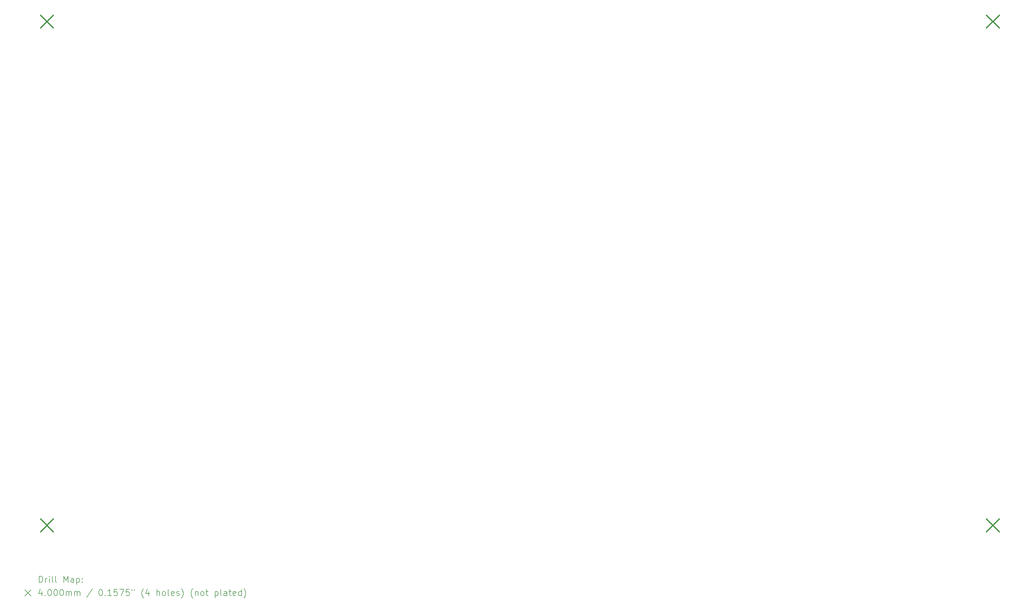
<source format=gbr>
%FSLAX45Y45*%
G04 Gerber Fmt 4.5, Leading zero omitted, Abs format (unit mm)*
G04 Created by KiCad (PCBNEW (5.99.0-12218-g749d2d5987)) date 2021-09-14 22:46:10*
%MOMM*%
%LPD*%
G01*
G04 APERTURE LIST*
%ADD10C,0.200000*%
%ADD11C,0.400000*%
G04 APERTURE END LIST*
D10*
D11*
X300000Y17700000D02*
X700000Y17300000D01*
X700000Y17700000D02*
X300000Y17300000D01*
X300000Y1700000D02*
X700000Y1300000D01*
X700000Y1700000D02*
X300000Y1300000D01*
X30300000Y17700000D02*
X30700000Y17300000D01*
X30700000Y17700000D02*
X30300000Y17300000D01*
X30300000Y1700000D02*
X30700000Y1300000D01*
X30700000Y1700000D02*
X30300000Y1300000D01*
D10*
X252619Y-315476D02*
X252619Y-115476D01*
X300238Y-115476D01*
X328810Y-125000D01*
X347857Y-144048D01*
X357381Y-163095D01*
X366905Y-201190D01*
X366905Y-229762D01*
X357381Y-267857D01*
X347857Y-286905D01*
X328810Y-305952D01*
X300238Y-315476D01*
X252619Y-315476D01*
X452619Y-315476D02*
X452619Y-182143D01*
X452619Y-220238D02*
X462143Y-201190D01*
X471667Y-191667D01*
X490714Y-182143D01*
X509762Y-182143D01*
X576429Y-315476D02*
X576429Y-182143D01*
X576429Y-115476D02*
X566905Y-125000D01*
X576429Y-134524D01*
X585952Y-125000D01*
X576429Y-115476D01*
X576429Y-134524D01*
X700238Y-315476D02*
X681190Y-305952D01*
X671667Y-286905D01*
X671667Y-115476D01*
X805000Y-315476D02*
X785952Y-305952D01*
X776428Y-286905D01*
X776428Y-115476D01*
X1033571Y-315476D02*
X1033571Y-115476D01*
X1100238Y-258333D01*
X1166905Y-115476D01*
X1166905Y-315476D01*
X1347857Y-315476D02*
X1347857Y-210714D01*
X1338333Y-191667D01*
X1319286Y-182143D01*
X1281190Y-182143D01*
X1262143Y-191667D01*
X1347857Y-305952D02*
X1328810Y-315476D01*
X1281190Y-315476D01*
X1262143Y-305952D01*
X1252619Y-286905D01*
X1252619Y-267857D01*
X1262143Y-248809D01*
X1281190Y-239286D01*
X1328810Y-239286D01*
X1347857Y-229762D01*
X1443095Y-182143D02*
X1443095Y-382143D01*
X1443095Y-191667D02*
X1462143Y-182143D01*
X1500238Y-182143D01*
X1519286Y-191667D01*
X1528809Y-201190D01*
X1538333Y-220238D01*
X1538333Y-277381D01*
X1528809Y-296429D01*
X1519286Y-305952D01*
X1500238Y-315476D01*
X1462143Y-315476D01*
X1443095Y-305952D01*
X1624048Y-296429D02*
X1633571Y-305952D01*
X1624048Y-315476D01*
X1614524Y-305952D01*
X1624048Y-296429D01*
X1624048Y-315476D01*
X1624048Y-191667D02*
X1633571Y-201190D01*
X1624048Y-210714D01*
X1614524Y-201190D01*
X1624048Y-191667D01*
X1624048Y-210714D01*
X-205000Y-545000D02*
X-5000Y-745000D01*
X-5000Y-545000D02*
X-205000Y-745000D01*
X338333Y-602143D02*
X338333Y-735476D01*
X290714Y-525952D02*
X243095Y-668810D01*
X366905Y-668810D01*
X443095Y-716428D02*
X452619Y-725952D01*
X443095Y-735476D01*
X433571Y-725952D01*
X443095Y-716428D01*
X443095Y-735476D01*
X576429Y-535476D02*
X595476Y-535476D01*
X614524Y-545000D01*
X624048Y-554524D01*
X633571Y-573571D01*
X643095Y-611667D01*
X643095Y-659286D01*
X633571Y-697381D01*
X624048Y-716428D01*
X614524Y-725952D01*
X595476Y-735476D01*
X576429Y-735476D01*
X557381Y-725952D01*
X547857Y-716428D01*
X538333Y-697381D01*
X528810Y-659286D01*
X528810Y-611667D01*
X538333Y-573571D01*
X547857Y-554524D01*
X557381Y-545000D01*
X576429Y-535476D01*
X766905Y-535476D02*
X785952Y-535476D01*
X805000Y-545000D01*
X814524Y-554524D01*
X824048Y-573571D01*
X833571Y-611667D01*
X833571Y-659286D01*
X824048Y-697381D01*
X814524Y-716428D01*
X805000Y-725952D01*
X785952Y-735476D01*
X766905Y-735476D01*
X747857Y-725952D01*
X738333Y-716428D01*
X728809Y-697381D01*
X719286Y-659286D01*
X719286Y-611667D01*
X728809Y-573571D01*
X738333Y-554524D01*
X747857Y-545000D01*
X766905Y-535476D01*
X957381Y-535476D02*
X976428Y-535476D01*
X995476Y-545000D01*
X1005000Y-554524D01*
X1014524Y-573571D01*
X1024048Y-611667D01*
X1024048Y-659286D01*
X1014524Y-697381D01*
X1005000Y-716428D01*
X995476Y-725952D01*
X976428Y-735476D01*
X957381Y-735476D01*
X938333Y-725952D01*
X928809Y-716428D01*
X919286Y-697381D01*
X909762Y-659286D01*
X909762Y-611667D01*
X919286Y-573571D01*
X928809Y-554524D01*
X938333Y-545000D01*
X957381Y-535476D01*
X1109762Y-735476D02*
X1109762Y-602143D01*
X1109762Y-621190D02*
X1119286Y-611667D01*
X1138333Y-602143D01*
X1166905Y-602143D01*
X1185952Y-611667D01*
X1195476Y-630714D01*
X1195476Y-735476D01*
X1195476Y-630714D02*
X1205000Y-611667D01*
X1224048Y-602143D01*
X1252619Y-602143D01*
X1271667Y-611667D01*
X1281190Y-630714D01*
X1281190Y-735476D01*
X1376429Y-735476D02*
X1376429Y-602143D01*
X1376429Y-621190D02*
X1385952Y-611667D01*
X1405000Y-602143D01*
X1433571Y-602143D01*
X1452619Y-611667D01*
X1462143Y-630714D01*
X1462143Y-735476D01*
X1462143Y-630714D02*
X1471667Y-611667D01*
X1490714Y-602143D01*
X1519286Y-602143D01*
X1538333Y-611667D01*
X1547857Y-630714D01*
X1547857Y-735476D01*
X1938333Y-525952D02*
X1766905Y-783095D01*
X2195476Y-535476D02*
X2214524Y-535476D01*
X2233571Y-545000D01*
X2243095Y-554524D01*
X2252619Y-573571D01*
X2262143Y-611667D01*
X2262143Y-659286D01*
X2252619Y-697381D01*
X2243095Y-716428D01*
X2233571Y-725952D01*
X2214524Y-735476D01*
X2195476Y-735476D01*
X2176429Y-725952D01*
X2166905Y-716428D01*
X2157381Y-697381D01*
X2147857Y-659286D01*
X2147857Y-611667D01*
X2157381Y-573571D01*
X2166905Y-554524D01*
X2176429Y-545000D01*
X2195476Y-535476D01*
X2347857Y-716428D02*
X2357381Y-725952D01*
X2347857Y-735476D01*
X2338333Y-725952D01*
X2347857Y-716428D01*
X2347857Y-735476D01*
X2547857Y-735476D02*
X2433571Y-735476D01*
X2490714Y-735476D02*
X2490714Y-535476D01*
X2471667Y-564048D01*
X2452619Y-583095D01*
X2433571Y-592619D01*
X2728810Y-535476D02*
X2633571Y-535476D01*
X2624048Y-630714D01*
X2633571Y-621190D01*
X2652619Y-611667D01*
X2700238Y-611667D01*
X2719286Y-621190D01*
X2728810Y-630714D01*
X2738333Y-649762D01*
X2738333Y-697381D01*
X2728810Y-716428D01*
X2719286Y-725952D01*
X2700238Y-735476D01*
X2652619Y-735476D01*
X2633571Y-725952D01*
X2624048Y-716428D01*
X2805000Y-535476D02*
X2938333Y-535476D01*
X2852619Y-735476D01*
X3109762Y-535476D02*
X3014524Y-535476D01*
X3005000Y-630714D01*
X3014524Y-621190D01*
X3033571Y-611667D01*
X3081190Y-611667D01*
X3100238Y-621190D01*
X3109762Y-630714D01*
X3119286Y-649762D01*
X3119286Y-697381D01*
X3109762Y-716428D01*
X3100238Y-725952D01*
X3081190Y-735476D01*
X3033571Y-735476D01*
X3014524Y-725952D01*
X3005000Y-716428D01*
X3195476Y-535476D02*
X3195476Y-573571D01*
X3271667Y-535476D02*
X3271667Y-573571D01*
X3566905Y-811667D02*
X3557381Y-802143D01*
X3538333Y-773571D01*
X3528809Y-754524D01*
X3519286Y-725952D01*
X3509762Y-678333D01*
X3509762Y-640238D01*
X3519286Y-592619D01*
X3528809Y-564048D01*
X3538333Y-545000D01*
X3557381Y-516428D01*
X3566905Y-506905D01*
X3728809Y-602143D02*
X3728809Y-735476D01*
X3681190Y-525952D02*
X3633571Y-668810D01*
X3757381Y-668810D01*
X3985952Y-735476D02*
X3985952Y-535476D01*
X4071667Y-735476D02*
X4071667Y-630714D01*
X4062143Y-611667D01*
X4043095Y-602143D01*
X4014524Y-602143D01*
X3995476Y-611667D01*
X3985952Y-621190D01*
X4195476Y-735476D02*
X4176428Y-725952D01*
X4166905Y-716428D01*
X4157381Y-697381D01*
X4157381Y-640238D01*
X4166905Y-621190D01*
X4176428Y-611667D01*
X4195476Y-602143D01*
X4224048Y-602143D01*
X4243095Y-611667D01*
X4252619Y-621190D01*
X4262143Y-640238D01*
X4262143Y-697381D01*
X4252619Y-716428D01*
X4243095Y-725952D01*
X4224048Y-735476D01*
X4195476Y-735476D01*
X4376429Y-735476D02*
X4357381Y-725952D01*
X4347857Y-706905D01*
X4347857Y-535476D01*
X4528810Y-725952D02*
X4509762Y-735476D01*
X4471667Y-735476D01*
X4452619Y-725952D01*
X4443095Y-706905D01*
X4443095Y-630714D01*
X4452619Y-611667D01*
X4471667Y-602143D01*
X4509762Y-602143D01*
X4528810Y-611667D01*
X4538333Y-630714D01*
X4538333Y-649762D01*
X4443095Y-668810D01*
X4614524Y-725952D02*
X4633571Y-735476D01*
X4671667Y-735476D01*
X4690714Y-725952D01*
X4700238Y-706905D01*
X4700238Y-697381D01*
X4690714Y-678333D01*
X4671667Y-668810D01*
X4643095Y-668810D01*
X4624048Y-659286D01*
X4614524Y-640238D01*
X4614524Y-630714D01*
X4624048Y-611667D01*
X4643095Y-602143D01*
X4671667Y-602143D01*
X4690714Y-611667D01*
X4766905Y-811667D02*
X4776429Y-802143D01*
X4795476Y-773571D01*
X4805000Y-754524D01*
X4814524Y-725952D01*
X4824048Y-678333D01*
X4824048Y-640238D01*
X4814524Y-592619D01*
X4805000Y-564048D01*
X4795476Y-545000D01*
X4776429Y-516428D01*
X4766905Y-506905D01*
X5128810Y-811667D02*
X5119286Y-802143D01*
X5100238Y-773571D01*
X5090714Y-754524D01*
X5081190Y-725952D01*
X5071667Y-678333D01*
X5071667Y-640238D01*
X5081190Y-592619D01*
X5090714Y-564048D01*
X5100238Y-545000D01*
X5119286Y-516428D01*
X5128810Y-506905D01*
X5205000Y-602143D02*
X5205000Y-735476D01*
X5205000Y-621190D02*
X5214524Y-611667D01*
X5233571Y-602143D01*
X5262143Y-602143D01*
X5281190Y-611667D01*
X5290714Y-630714D01*
X5290714Y-735476D01*
X5414524Y-735476D02*
X5395476Y-725952D01*
X5385952Y-716428D01*
X5376429Y-697381D01*
X5376429Y-640238D01*
X5385952Y-621190D01*
X5395476Y-611667D01*
X5414524Y-602143D01*
X5443095Y-602143D01*
X5462143Y-611667D01*
X5471667Y-621190D01*
X5481190Y-640238D01*
X5481190Y-697381D01*
X5471667Y-716428D01*
X5462143Y-725952D01*
X5443095Y-735476D01*
X5414524Y-735476D01*
X5538333Y-602143D02*
X5614524Y-602143D01*
X5566905Y-535476D02*
X5566905Y-706905D01*
X5576429Y-725952D01*
X5595476Y-735476D01*
X5614524Y-735476D01*
X5833571Y-602143D02*
X5833571Y-802143D01*
X5833571Y-611667D02*
X5852619Y-602143D01*
X5890714Y-602143D01*
X5909762Y-611667D01*
X5919286Y-621190D01*
X5928809Y-640238D01*
X5928809Y-697381D01*
X5919286Y-716428D01*
X5909762Y-725952D01*
X5890714Y-735476D01*
X5852619Y-735476D01*
X5833571Y-725952D01*
X6043095Y-735476D02*
X6024048Y-725952D01*
X6014524Y-706905D01*
X6014524Y-535476D01*
X6205000Y-735476D02*
X6205000Y-630714D01*
X6195476Y-611667D01*
X6176428Y-602143D01*
X6138333Y-602143D01*
X6119286Y-611667D01*
X6205000Y-725952D02*
X6185952Y-735476D01*
X6138333Y-735476D01*
X6119286Y-725952D01*
X6109762Y-706905D01*
X6109762Y-687857D01*
X6119286Y-668810D01*
X6138333Y-659286D01*
X6185952Y-659286D01*
X6205000Y-649762D01*
X6271667Y-602143D02*
X6347857Y-602143D01*
X6300238Y-535476D02*
X6300238Y-706905D01*
X6309762Y-725952D01*
X6328809Y-735476D01*
X6347857Y-735476D01*
X6490714Y-725952D02*
X6471667Y-735476D01*
X6433571Y-735476D01*
X6414524Y-725952D01*
X6405000Y-706905D01*
X6405000Y-630714D01*
X6414524Y-611667D01*
X6433571Y-602143D01*
X6471667Y-602143D01*
X6490714Y-611667D01*
X6500238Y-630714D01*
X6500238Y-649762D01*
X6405000Y-668810D01*
X6671667Y-735476D02*
X6671667Y-535476D01*
X6671667Y-725952D02*
X6652619Y-735476D01*
X6614524Y-735476D01*
X6595476Y-725952D01*
X6585952Y-716428D01*
X6576428Y-697381D01*
X6576428Y-640238D01*
X6585952Y-621190D01*
X6595476Y-611667D01*
X6614524Y-602143D01*
X6652619Y-602143D01*
X6671667Y-611667D01*
X6747857Y-811667D02*
X6757381Y-802143D01*
X6776428Y-773571D01*
X6785952Y-754524D01*
X6795476Y-725952D01*
X6805000Y-678333D01*
X6805000Y-640238D01*
X6795476Y-592619D01*
X6785952Y-564048D01*
X6776428Y-545000D01*
X6757381Y-516428D01*
X6747857Y-506905D01*
M02*

</source>
